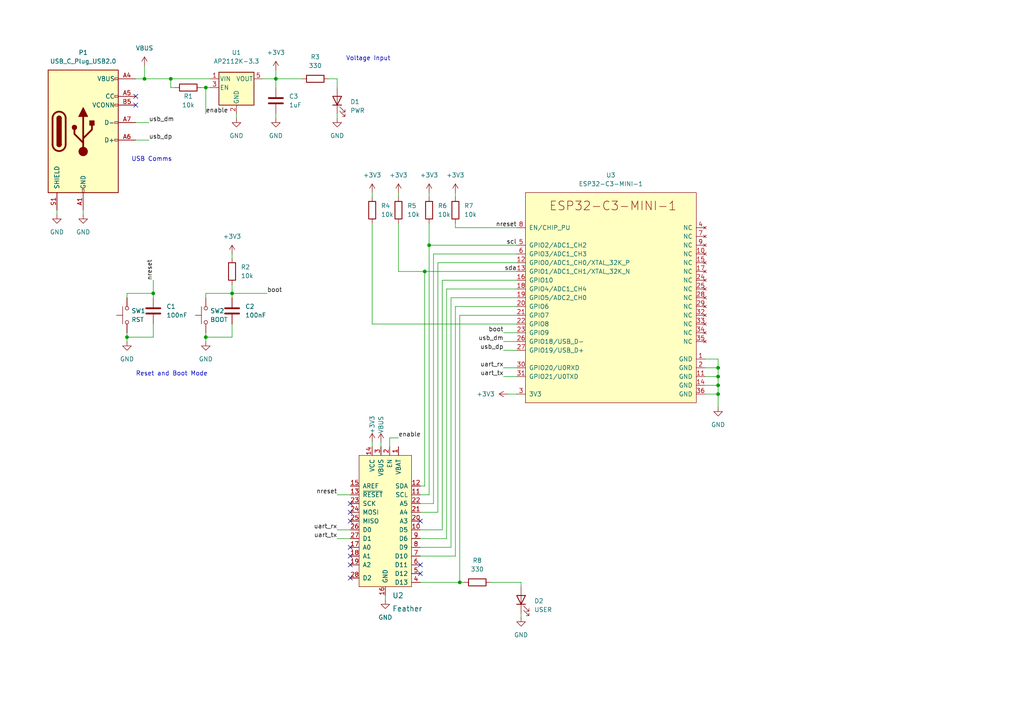
<source format=kicad_sch>
(kicad_sch (version 20211123) (generator eeschema)
  (paper "A4")
  (title_block (title "ESP32-C3-MINI-1 (RISC-V) Dev Board") (date "2022-06-03") (rev "A") (comment 1 "Author: Natesh Narain"))
  (lib_symbols
    (symbol "Connector:USB_C_Plug_USB2.0" (pin_names (offset 1.016))
      (property "Reference" "P" (at -10.16 19.05 0))
      (property "Value" "USB_C_Plug_USB2.0" (at 12.7 19.05 0))
      (symbol "USB_C_Plug_USB2.0_0_0"
        (rectangle (start -0.254 -17.78) (end 0.254 -16.764))
        (rectangle (start 10.16 -2.286) (end 9.144 -2.794))
        (rectangle (start 10.16 2.794) (end 9.144 2.286))
        (rectangle (start 10.16 7.874) (end 9.144 7.366))
        (rectangle (start 10.16 10.414) (end 9.144 9.906))
        (rectangle (start 10.16 15.494) (end 9.144 14.986))
      )
      (symbol "USB_C_Plug_USB2.0_0_1"
        (rectangle (start -10.16 17.78) (end 10.16 -17.78) (stroke (width 0.254)) (fill (type background)))
        (arc (start -8.89 -3.81) (mid -6.985 -5.715) (end -5.08 -3.81) (stroke (width 0.508)))
        (arc (start -7.62 -3.81) (mid -6.985 -4.445) (end -6.35 -3.81) (stroke (width 0.254)))
        (arc (start -7.62 -3.81) (mid -6.985 -4.445) (end -6.35 -3.81) (stroke (width 0.254)) (fill (type outline)))
        (rectangle (start -7.62 -3.81) (end -6.35 3.81) (stroke (width 0.254)) (fill (type outline)))
        (arc (start -6.35 3.81) (mid -6.985 4.445) (end -7.62 3.81) (stroke (width 0.254)))
        (arc (start -6.35 3.81) (mid -6.985 4.445) (end -7.62 3.81) (stroke (width 0.254)) (fill (type outline)))
        (arc (start -5.08 3.81) (mid -6.985 5.715) (end -8.89 3.81) (stroke (width 0.508)))
        (circle (center -2.54 1.143) (radius 0.635) (stroke (width 0.254)) (fill (type outline)))
        (circle (center 0 -5.842) (radius 1.27) (fill (type outline)))
        (polyline (pts (xy -8.89 -3.81) (xy -8.89 3.81)) (stroke (width 0.508)))
        (polyline (pts (xy -5.08 3.81) (xy -5.08 -3.81)) (stroke (width 0.508)))
        (polyline (pts (xy 0 -5.842) (xy 0 4.318)) (stroke (width 0.508)))
        (polyline (pts (xy 0 -3.302) (xy -2.54 -0.762) (xy -2.54 0.508)) (stroke (width 0.508)))
        (polyline (pts (xy 0 -2.032) (xy 2.54 0.508) (xy 2.54 1.778)) (stroke (width 0.508)))
        (polyline (pts (xy -1.27 4.318) (xy 0 6.858) (xy 1.27 4.318) (xy -1.27 4.318)) (stroke (width 0.254)) (fill (type outline)))
        (rectangle (start 1.905 1.778) (end 3.175 3.048) (stroke (width 0.254)) (fill (type outline)))
      )
      (symbol "USB_C_Plug_USB2.0_1_1"
        (pin passive line (at 0 -22.86 90) (length 5.08) (name "GND") (number "A1"))
        (pin passive line (at 0 -22.86 90) (length 5.08) hide (name "GND") (number "A12"))
        (pin passive line (at 15.24 15.24 180) (length 5.08) (name "VBUS") (number "A4"))
        (pin bidirectional line (at 15.24 10.16 180) (length 5.08) (name "CC") (number "A5"))
        (pin bidirectional line (at 15.24 -2.54 180) (length 5.08) (name "D+") (number "A6"))
        (pin bidirectional line (at 15.24 2.54 180) (length 5.08) (name "D-") (number "A7"))
        (pin passive line (at 15.24 15.24 180) (length 5.08) hide (name "VBUS") (number "A9"))
        (pin passive line (at 0 -22.86 90) (length 5.08) hide (name "GND") (number "B1"))
        (pin passive line (at 0 -22.86 90) (length 5.08) hide (name "GND") (number "B12"))
        (pin passive line (at 15.24 15.24 180) (length 5.08) hide (name "VBUS") (number "B4"))
        (pin bidirectional line (at 15.24 7.62 180) (length 5.08) (name "VCONN") (number "B5"))
        (pin passive line (at 15.24 15.24 180) (length 5.08) hide (name "VBUS") (number "B9"))
        (pin passive line (at -7.62 -22.86 90) (length 5.08) (name "SHIELD") (number "S1"))
      )
    )
    (symbol "Device:C" (pin_numbers hide) (pin_names (offset 0.254))
      (property "Reference" "C" (at 0.635 2.54 0))
      (property "Value" "C" (at 0.635 -2.54 0))
      (symbol "C_0_1"
        (polyline (pts (xy -2.032 -0.762) (xy 2.032 -0.762)) (stroke (width 0.508)))
        (polyline (pts (xy -2.032 0.762) (xy 2.032 0.762)) (stroke (width 0.508)))
      )
      (symbol "C_1_1"
        (pin passive line (at 0 3.81 270) (length 2.794) (name "~") (number "1"))
        (pin passive line (at 0 -3.81 90) (length 2.794) (name "~") (number "2"))
      )
    )
    (symbol "Device:LED" (pin_numbers hide) (pin_names (offset 1.016) hide)
      (property "Reference" "D" (at 0 2.54 0))
      (property "Value" "LED" (at 0 -2.54 0))
      (symbol "LED_0_1"
        (polyline (pts (xy -1.27 -1.27) (xy -1.27 1.27)) (stroke (width 0.254)))
        (polyline (pts (xy -1.27 0) (xy 1.27 0)))
        (polyline (pts (xy 1.27 -1.27) (xy 1.27 1.27) (xy -1.27 0) (xy 1.27 -1.27)) (stroke (width 0.254)))
        (polyline (pts (xy -3.048 -0.762) (xy -4.572 -2.286) (xy -3.81 -2.286) (xy -4.572 -2.286) (xy -4.572 -1.524)))
        (polyline (pts (xy -1.778 -0.762) (xy -3.302 -2.286) (xy -2.54 -2.286) (xy -3.302 -2.286) (xy -3.302 -1.524)))
      )
      (symbol "LED_1_1"
        (pin passive line (at -3.81 0 0) (length 2.54) (name "K") (number "1"))
        (pin passive line (at 3.81 0 180) (length 2.54) (name "A") (number "2"))
      )
    )
    (symbol "Device:R" (pin_numbers hide) (pin_names (offset 0))
      (property "Reference" "R" (at 2.032 0 90))
      (property "Value" "R" (at 0 0 90))
      (symbol "R_0_1"
        (rectangle (start -1.016 -2.54) (end 1.016 2.54) (stroke (width 0.254)))
      )
      (symbol "R_1_1"
        (pin passive line (at 0 3.81 270) (length 1.27) (name "~") (number "1"))
        (pin passive line (at 0 -3.81 90) (length 1.27) (name "~") (number "2"))
      )
    )
    (symbol "Regulator_Linear:AP2112K-3.3" (pin_names (offset 0.254))
      (property "Reference" "U" (at -5.08 5.715 0))
      (property "Value" "AP2112K-3.3" (at 0 5.715 0))
      (symbol "AP2112K-3.3_0_1"
        (rectangle (start -5.08 4.445) (end 5.08 -5.08) (stroke (width 0.254)) (fill (type background)))
      )
      (symbol "AP2112K-3.3_1_1"
        (pin power_in line (at -7.62 2.54 0) (length 2.54) (name "VIN") (number "1"))
        (pin power_in line (at 0 -7.62 90) (length 2.54) (name "GND") (number "2"))
        (pin input line (at -7.62 0 0) (length 2.54) (name "EN") (number "3"))
        (pin no_connect line (at 5.08 0 180) (length 2.54) hide (name "NC") (number "4"))
        (pin power_out line (at 7.62 2.54 180) (length 2.54) (name "VOUT") (number "5"))
      )
    )
    (symbol "Switch:SW_Push" (pin_numbers hide) (pin_names (offset 1.016) hide)
      (property "Reference" "SW" (at 1.27 2.54 0))
      (property "Value" "SW_Push" (at 0 -1.524 0))
      (symbol "SW_Push_0_1"
        (circle (center -2.032 0) (radius 0.508))
        (polyline (pts (xy 0 1.27) (xy 0 3.048)))
        (polyline (pts (xy 2.54 1.27) (xy -2.54 1.27)))
        (circle (center 2.032 0) (radius 0.508))
        (pin passive line (at -5.08 0 0) (length 2.54) (name "1") (number "1"))
        (pin passive line (at 5.08 0 180) (length 2.54) (name "2") (number "2"))
      )
    )
    (symbol "adafruit:Feather" (pin_names (offset 1.016))
      (property "Reference" "U" (at 10.16 21.59 0))
      (property "Value" "Feather" (at 10.16 24.13 0))
      (symbol "Feather_0_1"
        (rectangle (start -7.62 17.78) (end 7.62 -20.32) (fill (type background)))
      )
      (symbol "Feather_1_1"
        (pin power_in line (at 3.81 20.32 270) (length 2.54) (name "VBAT") (number "1"))
        (pin bidirectional line (at 10.16 -3.81 180) (length 2.54) (name "D5") (number "10"))
        (pin bidirectional line (at 10.16 6.35 180) (length 2.54) (name "SCL") (number "11"))
        (pin bidirectional line (at 10.16 8.89 180) (length 2.54) (name "SDA") (number "12"))
        (pin input line (at -10.16 6.35 0) (length 2.54) (name "~{RESET}") (number "13"))
        (pin power_in line (at -3.81 20.32 270) (length 2.54) (name "VCC") (number "14"))
        (pin input line (at -10.16 8.89 0) (length 2.54) (name "AREF") (number "15"))
        (pin power_out line (at 0 -22.86 90) (length 2.54) (name "GND") (number "16"))
        (pin bidirectional line (at -10.16 -8.89 0) (length 2.54) (name "A0") (number "17"))
        (pin bidirectional line (at -10.16 -11.43 0) (length 2.54) (name "A1") (number "18"))
        (pin bidirectional line (at -10.16 -13.97 0) (length 2.54) (name "A2") (number "19"))
        (pin input line (at 1.27 20.32 270) (length 2.54) (name "EN") (number "2"))
        (pin bidirectional line (at 10.16 -1.27 180) (length 2.54) (name "A3") (number "20"))
        (pin bidirectional line (at 10.16 1.27 180) (length 2.54) (name "A4") (number "21"))
        (pin bidirectional line (at 10.16 3.81 180) (length 2.54) (name "A5") (number "22"))
        (pin bidirectional line (at -10.16 3.81 0) (length 2.54) (name "SCK") (number "23"))
        (pin bidirectional line (at -10.16 1.27 0) (length 2.54) (name "MOSI") (number "24"))
        (pin bidirectional line (at -10.16 -1.27 0) (length 2.54) (name "MISO") (number "25"))
        (pin bidirectional line (at -10.16 -3.81 0) (length 2.54) (name "D0") (number "26"))
        (pin bidirectional line (at -10.16 -6.35 0) (length 2.54) (name "D1") (number "27"))
        (pin bidirectional line (at -10.16 -17.78 0) (length 2.54) (name "D2") (number "28"))
        (pin power_out line (at -1.27 20.32 270) (length 2.54) (name "VBUS") (number "3"))
        (pin bidirectional line (at 10.16 -19.05 180) (length 2.54) (name "D13") (number "4"))
        (pin bidirectional line (at 10.16 -16.51 180) (length 2.54) (name "D12") (number "5"))
        (pin bidirectional line (at 10.16 -13.97 180) (length 2.54) (name "D11") (number "6"))
        (pin bidirectional line (at 10.16 -11.43 180) (length 2.54) (name "D10") (number "7"))
        (pin bidirectional line (at 10.16 -8.89 180) (length 2.54) (name "D9") (number "8"))
        (pin bidirectional line (at 10.16 -6.35 180) (length 2.54) (name "D6") (number "9"))
      )
    )
    (symbol "espressif:ESP32-C3-MINI-1" (pin_names (offset 1.016))
      (property "Reference" "U" (at 0 33.02 0))
      (property "Value" "ESP32-C3-MINI-1" (at 0 -30.48 0))
      (symbol "ESP32-C3-MINI-1_0_0"
        (text "ESP32-C3-MINI-1" (at 1.27 27.94 0) (effects (font (size 2.54 2.54))))
      )
      (symbol "ESP32-C3-MINI-1_0_1"
        (rectangle (start -24.13 31.75) (end 25.4 -29.21) (fill (type background)))
      )
      (symbol "ESP32-C3-MINI-1_1_1"
        (pin power_in line (at 27.94 -16.51 180) (length 2.54) (name "GND") (number "1"))
        (pin no_connect line (at 27.94 13.97 180) (length 2.54) (name "NC") (number "10"))
        (pin power_in line (at 27.94 -21.59 180) (length 2.54) (name "GND") (number "11"))
        (pin bidirectional line (at -26.67 11.43 0) (length 2.54) (name "GPIO0/ADC1_CH0/XTAL_32K_P") (number "12"))
        (pin bidirectional line (at -26.67 8.89 0) (length 2.54) (name "GPIO1/ADC1_CH1/XTAL_32K_N") (number "13"))
        (pin power_in line (at 27.94 -24.13 180) (length 2.54) (name "GND") (number "14"))
        (pin no_connect line (at 27.94 11.43 180) (length 2.54) (name "NC") (number "15"))
        (pin bidirectional line (at -26.67 6.35 0) (length 2.54) (name "GPIO10") (number "16"))
        (pin no_connect line (at 27.94 8.89 180) (length 2.54) (name "NC") (number "17"))
        (pin bidirectional line (at -26.67 3.81 0) (length 2.54) (name "GPIO4/ADC1_CH4") (number "18"))
        (pin bidirectional line (at -26.67 1.27 0) (length 2.54) (name "GPIO5/ADC2_CH0") (number "19"))
        (pin power_in line (at 27.94 -19.05 180) (length 2.54) (name "GND") (number "2"))
        (pin bidirectional line (at -26.67 -1.27 0) (length 2.54) (name "GPIO6") (number "20"))
        (pin bidirectional line (at -26.67 -3.81 0) (length 2.54) (name "GPIO7") (number "21"))
        (pin bidirectional line (at -26.67 -6.35 0) (length 2.54) (name "GPIO8") (number "22"))
        (pin bidirectional line (at -26.67 -8.89 0) (length 2.54) (name "GPIO9") (number "23"))
        (pin no_connect line (at 27.94 6.35 180) (length 2.54) (name "NC") (number "24"))
        (pin no_connect line (at 27.94 3.81 180) (length 2.54) (name "NC") (number "25"))
        (pin bidirectional line (at -26.67 -11.43 0) (length 2.54) (name "GPIO18/USB_D-") (number "26"))
        (pin bidirectional line (at -26.67 -13.97 0) (length 2.54) (name "GPIO19/USB_D+") (number "27"))
        (pin no_connect line (at 27.94 1.27 180) (length 2.54) (name "NC") (number "28"))
        (pin no_connect line (at 27.94 -1.27 180) (length 2.54) (name "NC") (number "29"))
        (pin power_in line (at -26.67 -26.67 0) (length 2.54) (name "3V3") (number "3"))
        (pin bidirectional line (at -26.67 -19.05 0) (length 2.54) (name "GPIO20/U0RXD") (number "30"))
        (pin bidirectional line (at -26.67 -21.59 0) (length 2.54) (name "GPIO21/U0TXD") (number "31"))
        (pin no_connect line (at 27.94 -3.81 180) (length 2.54) (name "NC") (number "32"))
        (pin no_connect line (at 27.94 -6.35 180) (length 2.54) (name "NC") (number "33"))
        (pin no_connect line (at 27.94 -8.89 180) (length 2.54) (name "NC") (number "34"))
        (pin no_connect line (at 27.94 -11.43 180) (length 2.54) (name "NC") (number "35"))
        (pin power_in line (at 27.94 -26.67 180) (length 2.54) (name "GND") (number "36"))
        (pin no_connect line (at 27.94 21.59 180) (length 2.54) (name "NC") (number "4"))
        (pin bidirectional line (at -26.67 16.51 0) (length 2.54) (name "GPIO2/ADC1_CH2") (number "5"))
        (pin bidirectional line (at -26.67 13.97 0) (length 2.54) (name "GPIO3/ADC1_CH3") (number "6"))
        (pin no_connect line (at 27.94 19.05 180) (length 2.54) (name "NC") (number "7"))
        (pin input line (at -26.67 21.59 0) (length 2.54) (name "EN/CHIP_PU") (number "8"))
        (pin no_connect line (at 27.94 16.51 180) (length 2.54) (name "NC") (number "9"))
      )
    )
    (symbol "power:+3V3" (power) (pin_names (offset 0))
      (property "Value" "+3V3" (at 0 3.556 0))
      (symbol "+3V3_0_1"
        (polyline (pts (xy -0.762 1.27) (xy 0 2.54)))
        (polyline (pts (xy 0 0) (xy 0 2.54)))
        (polyline (pts (xy 0 2.54) (xy 0.762 1.27)))
      )
      (symbol "+3V3_1_1"
        (pin power_in line (at 0 0 90) (length 0) hide (name "+3V3") (number "1"))
      )
    )
    (symbol "power:GND" (power) (pin_names (offset 0))
      (property "Value" "GND" (at 0 -3.81 0))
      (symbol "GND_0_1"
        (polyline (pts (xy 0 0) (xy 0 -1.27) (xy 1.27 -1.27) (xy 0 -2.54) (xy -1.27 -1.27) (xy 0 -1.27)))
      )
      (symbol "GND_1_1"
        (pin power_in line (at 0 0 270) (length 0) hide (name "GND") (number "1"))
      )
    )
    (symbol "power:VBUS" (power) (pin_names (offset 0))
      (property "Value" "VBUS" (at 0 3.81 0))
      (symbol "VBUS_0_1"
        (polyline (pts (xy -0.762 1.27) (xy 0 2.54)))
        (polyline (pts (xy 0 0) (xy 0 2.54)))
        (polyline (pts (xy 0 2.54) (xy 0.762 1.27)))
      )
      (symbol "VBUS_1_1"
        (pin power_in line (at 0 0 90) (length 0) hide (name "VBUS") (number "1"))
      )
    )
  )
  (junction (at 124.46 71.12))
  (junction (at 41.91 22.86))
  (junction (at 80.01 22.86))
  (junction (at 208.28 111.76))
  (junction (at 49.53 22.86))
  (junction (at 133.35 168.91))
  (junction (at 44.45 85.09))
  (junction (at 208.28 114.3))
  (junction (at 123.19 78.74))
  (junction (at 208.28 106.68))
  (junction (at 67.31 85.09))
  (junction (at 208.28 109.22))
  (junction (at 59.69 97.79))
  (junction (at 59.69 25.4))
  (junction (at 36.83 97.79))
  (no_connect (at 121.92 151.13))
  (no_connect (at 101.6 148.59))
  (no_connect (at 101.6 146.05))
  (no_connect (at 101.6 151.13))
  (no_connect (at 39.37 30.48))
  (no_connect (at 39.37 27.94))
  (no_connect (at 121.92 166.37))
  (no_connect (at 121.92 163.83))
  (no_connect (at 101.6 161.29))
  (no_connect (at 101.6 158.75))
  (no_connect (at 101.6 163.83))
  (no_connect (at 101.6 167.64))
  (wire (pts (xy 130.81 86.36) (xy 130.81 158.75)))
  (wire (pts (xy 124.46 71.12) (xy 124.46 143.51)))
  (wire (pts (xy 133.35 168.91) (xy 121.92 168.91)))
  (wire (pts (xy 59.69 97.79) (xy 59.69 99.06)))
  (wire (pts (xy 147.32 114.3) (xy 149.86 114.3)))
  (wire (pts (xy 113.03 127) (xy 113.03 129.54)))
  (wire (pts (xy 208.28 109.22) (xy 208.28 111.76)))
  (wire (pts (xy 123.19 140.97) (xy 123.19 78.74)))
  (wire (pts (xy 125.73 146.05) (xy 121.92 146.05)))
  (wire (pts (xy 39.37 40.64) (xy 43.18 40.64)))
  (wire (pts (xy 44.45 85.09) (xy 44.45 86.36)))
  (wire (pts (xy 124.46 64.77) (xy 124.46 71.12)))
  (wire (pts (xy 121.92 143.51) (xy 124.46 143.51)))
  (wire (pts (xy 107.95 64.77) (xy 107.95 93.98)))
  (wire (pts (xy 127 148.59) (xy 121.92 148.59)))
  (wire (pts (xy 151.13 168.91) (xy 151.13 170.18)))
  (wire (pts (xy 67.31 85.09) (xy 59.69 85.09)))
  (wire (pts (xy 208.28 106.68) (xy 208.28 109.22)))
  (wire (pts (xy 110.49 128.27) (xy 110.49 129.54)))
  (wire (pts (xy 149.86 91.44) (xy 133.35 91.44)))
  (wire (pts (xy 49.53 22.86) (xy 60.96 22.86)))
  (wire (pts (xy 204.47 114.3) (xy 208.28 114.3)))
  (wire (pts (xy 204.47 109.22) (xy 208.28 109.22)))
  (wire (pts (xy 44.45 97.79) (xy 36.83 97.79)))
  (wire (pts (xy 128.27 81.28) (xy 128.27 153.67)))
  (wire (pts (xy 115.57 78.74) (xy 115.57 64.77)))
  (wire (pts (xy 80.01 20.32) (xy 80.01 22.86)))
  (wire (pts (xy 204.47 104.14) (xy 208.28 104.14)))
  (wire (pts (xy 208.28 111.76) (xy 208.28 114.3)))
  (wire (pts (xy 41.91 19.05) (xy 41.91 22.86)))
  (wire (pts (xy 107.95 55.88) (xy 107.95 57.15)))
  (wire (pts (xy 68.58 33.02) (xy 68.58 34.29)))
  (wire (pts (xy 132.08 161.29) (xy 121.92 161.29)))
  (wire (pts (xy 115.57 78.74) (xy 123.19 78.74)))
  (wire (pts (xy 124.46 71.12) (xy 149.86 71.12)))
  (wire (pts (xy 125.73 73.66) (xy 125.73 146.05)))
  (wire (pts (xy 146.05 109.22) (xy 149.86 109.22)))
  (wire (pts (xy 80.01 22.86) (xy 76.2 22.86)))
  (wire (pts (xy 151.13 177.8) (xy 151.13 179.07)))
  (wire (pts (xy 67.31 97.79) (xy 59.69 97.79)))
  (wire (pts (xy 129.54 156.21) (xy 121.92 156.21)))
  (wire (pts (xy 36.83 85.09) (xy 36.83 86.36)))
  (wire (pts (xy 146.05 96.52) (xy 149.86 96.52)))
  (wire (pts (xy 24.13 60.96) (xy 24.13 62.23)))
  (wire (pts (xy 59.69 25.4) (xy 60.96 25.4)))
  (wire (pts (xy 146.05 99.06) (xy 149.86 99.06)))
  (wire (pts (xy 97.79 153.67) (xy 101.6 153.67)))
  (wire (pts (xy 36.83 96.52) (xy 36.83 97.79)))
  (wire (pts (xy 142.24 168.91) (xy 151.13 168.91)))
  (wire (pts (xy 44.45 85.09) (xy 36.83 85.09)))
  (wire (pts (xy 80.01 22.86) (xy 87.63 22.86)))
  (wire (pts (xy 80.01 33.02) (xy 80.01 34.29)))
  (wire (pts (xy 67.31 93.98) (xy 67.31 97.79)))
  (wire (pts (xy 132.08 88.9) (xy 132.08 161.29)))
  (wire (pts (xy 133.35 168.91) (xy 134.62 168.91)))
  (wire (pts (xy 59.69 96.52) (xy 59.69 97.79)))
  (wire (pts (xy 113.03 127) (xy 115.57 127)))
  (wire (pts (xy 208.28 114.3) (xy 208.28 118.11)))
  (wire (pts (xy 97.79 156.21) (xy 101.6 156.21)))
  (wire (pts (xy 97.79 143.51) (xy 101.6 143.51)))
  (wire (pts (xy 59.69 85.09) (xy 59.69 86.36)))
  (wire (pts (xy 44.45 81.28) (xy 44.45 85.09)))
  (wire (pts (xy 67.31 82.55) (xy 67.31 85.09)))
  (wire (pts (xy 115.57 55.88) (xy 115.57 57.15)))
  (wire (pts (xy 204.47 106.68) (xy 208.28 106.68)))
  (wire (pts (xy 67.31 85.09) (xy 67.31 86.36)))
  (wire (pts (xy 58.42 25.4) (xy 59.69 25.4)))
  (wire (pts (xy 107.95 128.27) (xy 107.95 129.54)))
  (wire (pts (xy 146.05 101.6) (xy 149.86 101.6)))
  (wire (pts (xy 36.83 97.79) (xy 36.83 99.06)))
  (wire (pts (xy 123.19 78.74) (xy 149.86 78.74)))
  (wire (pts (xy 67.31 85.09) (xy 77.47 85.09)))
  (wire (pts (xy 39.37 22.86) (xy 41.91 22.86)))
  (wire (pts (xy 149.86 88.9) (xy 132.08 88.9)))
  (wire (pts (xy 67.31 73.66) (xy 67.31 74.93)))
  (wire (pts (xy 97.79 33.02) (xy 97.79 34.29)))
  (wire (pts (xy 146.05 106.68) (xy 149.86 106.68)))
  (wire (pts (xy 59.69 25.4) (xy 59.69 33.02)))
  (wire (pts (xy 132.08 55.88) (xy 132.08 57.15)))
  (wire (pts (xy 208.28 104.14) (xy 208.28 106.68)))
  (wire (pts (xy 149.86 83.82) (xy 129.54 83.82)))
  (wire (pts (xy 49.53 25.4) (xy 49.53 22.86)))
  (wire (pts (xy 121.92 153.67) (xy 128.27 153.67)))
  (wire (pts (xy 133.35 91.44) (xy 133.35 168.91)))
  (wire (pts (xy 204.47 111.76) (xy 208.28 111.76)))
  (wire (pts (xy 124.46 55.88) (xy 124.46 57.15)))
  (wire (pts (xy 50.8 25.4) (xy 49.53 25.4)))
  (wire (pts (xy 80.01 25.4) (xy 80.01 22.86)))
  (wire (pts (xy 127 76.2) (xy 127 148.59)))
  (wire (pts (xy 130.81 158.75) (xy 121.92 158.75)))
  (wire (pts (xy 111.76 172.72) (xy 111.76 173.99)))
  (wire (pts (xy 39.37 35.56) (xy 43.18 35.56)))
  (wire (pts (xy 121.92 140.97) (xy 123.19 140.97)))
  (wire (pts (xy 149.86 86.36) (xy 130.81 86.36)))
  (wire (pts (xy 149.86 73.66) (xy 125.73 73.66)))
  (wire (pts (xy 44.45 93.98) (xy 44.45 97.79)))
  (wire (pts (xy 149.86 81.28) (xy 128.27 81.28)))
  (wire (pts (xy 149.86 76.2) (xy 127 76.2)))
  (wire (pts (xy 132.08 66.04) (xy 132.08 64.77)))
  (wire (pts (xy 41.91 22.86) (xy 49.53 22.86)))
  (wire (pts (xy 149.86 66.04) (xy 132.08 66.04)))
  (wire (pts (xy 97.79 22.86) (xy 97.79 25.4)))
  (wire (pts (xy 95.25 22.86) (xy 97.79 22.86)))
  (wire (pts (xy 129.54 83.82) (xy 129.54 156.21)))
  (wire (pts (xy 16.51 60.96) (xy 16.51 62.23)))
  (wire (pts (xy 107.95 93.98) (xy 149.86 93.98)))
  (text "Voltage Input" (at 100.33 17.78 0) (effects (font (size 1.27 1.27)) (justify left bottom)))
  (text "USB Comms" (at 38.1 46.99 0) (effects (font (size 1.27 1.27)) (justify left bottom)))
  (text "Reset and Boot Mode" (at 39.37 109.22 0) (effects (font (size 1.27 1.27)) (justify left bottom)))
  (label "sda" (at 149.86 78.74 180))
  (label "usb_dm" (at 43.18 35.56 0))
  (label "usb_dp" (at 146.05 101.6 180))
  (label "enable" (at 59.69 33.02 0))
  (label "boot" (at 146.05 96.52 180))
  (label "boot" (at 77.47 85.09 0))
  (label "scl" (at 149.86 71.12 180))
  (label "nreset" (at 149.86 66.04 180))
  (label "uart_rx" (at 146.05 106.68 180))
  (label "uart_rx" (at 97.79 153.67 180))
  (label "nreset" (at 44.45 81.28 90))
  (label "enable" (at 115.57 127 0))
  (label "usb_dp" (at 43.18 40.64 0))
  (label "nreset" (at 97.79 143.51 180))
  (label "uart_tx" (at 146.05 109.22 180))
  (label "usb_dm" (at 146.05 99.06 180))
  (label "uart_tx" (at 97.79 156.21 180))
  (symbol (lib_id "Device:R") (at 124.46 60.96 0) (unit 1)
    (property "Reference" "R6" (at 127 59.6899 0) (effects (justify left)))
    (property "Value" "10k" (at 127 62.2299 0) (effects (justify left)))
    (property "Footprint" "Resistor_SMD:R_0805_2012Metric" (effects hide))
    (property "LCSC" "C17414" (effects hide))
  )
  (symbol (lib_id "power:+3V3") (at 67.31 73.66 0) (unit 1)
    (property "Reference" "#PWR06" (effects hide))
    (property "Value" "+3V3" (at 67.31 68.58 0))
  )
  (symbol (lib_id "power:GND") (at 59.69 99.06 0) (unit 1)
    (property "Reference" "#PWR05" (effects hide))
    (property "Value" "GND" (at 59.69 104.14 0))
  )
  (symbol (lib_id "power:GND") (at 97.79 34.29 0) (unit 1)
    (property "Reference" "#PWR010" (effects hide))
    (property "Value" "GND" (at 97.79 39.37 0))
  )
  (symbol (lib_id "Device:R") (at 115.57 60.96 0) (unit 1)
    (property "Reference" "R5" (at 118.11 59.6899 0) (effects (justify left)))
    (property "Value" "10k" (at 118.11 62.2299 0) (effects (justify left)))
    (property "Footprint" "Resistor_SMD:R_0805_2012Metric" (effects hide))
    (property "LCSC" "C17414" (effects hide))
  )
  (symbol (lib_id "power:+3V3") (at 124.46 55.88 0) (unit 1)
    (property "Reference" "#PWR016" (effects hide))
    (property "Value" "+3V3" (at 124.46 50.8 0))
  )
  (symbol (lib_id "power:GND") (at 111.76 173.99 0) (unit 1)
    (property "Reference" "#PWR014" (effects hide))
    (property "Value" "GND" (at 111.76 179.07 0))
  )
  (symbol (lib_id "power:VBUS") (at 41.91 19.05 0) (unit 1)
    (property "Reference" "#PWR04" (effects hide))
    (property "Value" "VBUS" (at 41.91 13.97 0))
  )
  (symbol (lib_id "Device:R") (at 91.44 22.86 90) (unit 1)
    (property "Reference" "R3" (at 91.44 16.51 90))
    (property "Value" "330" (at 91.44 19.05 90))
    (property "Footprint" "Resistor_SMD:R_0805_2012Metric" (effects hide))
    (property "LCSC" "C17630" (effects hide))
  )
  (symbol (lib_id "power:VBUS") (at 110.49 128.27 0) (unit 1)
    (property "Reference" "#PWR013" (effects hide))
    (property "Value" "VBUS" (at 110.49 123.19 90))
  )
  (symbol (lib_id "Device:C") (at 67.31 90.17 0) (unit 1)
    (property "Reference" "C2" (at 71.12 88.8999 0) (effects (justify left)))
    (property "Value" "100nF" (at 71.12 91.4399 0) (effects (justify left)))
    (property "Footprint" "Capacitor_SMD:C_0805_2012Metric" (effects hide))
    (property "LCSC" "C28233" (effects hide))
  )
  (symbol (lib_id "Device:R") (at 67.31 78.74 0) (unit 1)
    (property "Reference" "R2" (at 69.85 77.4699 0) (effects (justify left)))
    (property "Value" "10k" (at 69.85 80.0099 0) (effects (justify left)))
    (property "Footprint" "Resistor_SMD:R_0805_2012Metric" (effects hide))
    (property "LCSC" "C17414" (effects hide))
  )
  (symbol (lib_id "power:GND") (at 80.01 34.29 0) (unit 1)
    (property "Reference" "#PWR09" (effects hide))
    (property "Value" "GND" (at 80.01 39.37 0))
  )
  (symbol (lib_id "Device:R") (at 132.08 60.96 0) (unit 1)
    (property "Reference" "R7" (at 134.62 59.6899 0) (effects (justify left)))
    (property "Value" "10k" (at 134.62 62.2299 0) (effects (justify left)))
    (property "Footprint" "Resistor_SMD:R_0805_2012Metric" (effects hide))
    (property "LCSC" "C17414" (effects hide))
  )
  (symbol (lib_id "power:+3V3") (at 147.32 114.3 90) (unit 1)
    (property "Reference" "#PWR018" (effects hide))
    (property "Value" "+3V3" (at 143.51 114.2999 90) (effects (justify left)))
  )
  (symbol (lib_id "adafruit:Feather") (at 111.76 149.86 0) (unit 1)
    (property "Reference" "U2" (at 113.7794 172.72 0) (effects (font (size 1.524 1.524)) (justify left)))
    (property "Value" "Feather" (at 113.7794 176.53 0) (effects (font (size 1.524 1.524)) (justify left)))
    (property "Footprint" "adafruit:Feather_Main" (effects hide))
  )
  (symbol (lib_id "power:GND") (at 151.13 179.07 0) (unit 1)
    (property "Reference" "#PWR019" (effects hide))
    (property "Value" "GND" (at 151.13 184.15 0))
  )
  (symbol (lib_id "power:+3V3") (at 107.95 55.88 0) (unit 1)
    (property "Reference" "#PWR011" (effects hide))
    (property "Value" "+3V3" (at 107.95 50.8 0))
  )
  (symbol (lib_id "power:GND") (at 68.58 34.29 0) (unit 1)
    (property "Reference" "#PWR07" (effects hide))
    (property "Value" "GND" (at 68.58 39.37 0))
  )
  (symbol (lib_id "power:GND") (at 208.28 118.11 0) (unit 1)
    (property "Reference" "#PWR020" (effects hide))
    (property "Value" "GND" (at 208.28 123.19 0))
  )
  (symbol (lib_id "Switch:SW_Push") (at 36.83 91.44 90) (unit 1)
    (property "Reference" "SW1" (at 38.1 90.1699 90) (effects (justify right)))
    (property "Value" "RST" (at 38.1 92.7099 90) (effects (justify right)))
    (property "Footprint" "tactile-switches:TS-1088-AR02016" (effects hide))
  )
  (symbol (lib_id "power:+3V3") (at 80.01 20.32 0) (unit 1)
    (property "Reference" "#PWR08" (effects hide))
    (property "Value" "+3V3" (at 80.01 15.24 0))
  )
  (symbol (lib_id "Device:C") (at 80.01 29.21 0) (unit 1)
    (property "Reference" "C3" (at 83.82 27.9399 0) (effects (justify left)))
    (property "Value" "1uF" (at 83.82 30.4799 0) (effects (justify left)))
    (property "Footprint" "Capacitor_SMD:C_0805_2012Metric" (effects hide))
    (property "LCSC" "C28323" (effects hide))
  )
  (symbol (lib_id "Connector:USB_C_Plug_USB2.0") (at 24.13 38.1 0) (unit 1)
    (property "Reference" "P1" (at 24.13 15.24 0))
    (property "Value" "USB_C_Plug_USB2.0" (at 24.13 17.78 0))
    (property "Footprint" "USB-C-Connectors:TYPE-C-31-M-04" (effects hide))
    (property "Datasheet" "https://www.usb.org/sites/default/files/documents/usb_type-c.zip" (effects hide))
    (property "LCSC" "C129018" (effects hide))
  )
  (symbol (lib_id "Device:R") (at 138.43 168.91 90) (unit 1)
    (property "Reference" "R8" (at 138.43 162.56 90))
    (property "Value" "330" (at 138.43 165.1 90))
    (property "Footprint" "Resistor_SMD:R_0805_2012Metric" (effects hide))
    (property "LCSC" "C17630" (effects hide))
  )
  (symbol (lib_id "power:+3V3") (at 132.08 55.88 0) (unit 1)
    (property "Reference" "#PWR017" (effects hide))
    (property "Value" "+3V3" (at 132.08 50.8 0))
  )
  (symbol (lib_id "espressif:ESP32-C3-MINI-1") (at 176.53 87.63 0) (unit 1)
    (property "Reference" "U3" (at 177.165 50.8 0))
    (property "Value" "ESP32-C3-MINI-1" (at 177.165 53.34 0))
    (property "Footprint" "Espressif:ESP32-C3-MINI-1" (effects hide))
    (property "Datasheet" "https://www.espressif.com/sites/default/files/documentation/esp32-c3-mini-1_datasheet_en.pdf" (effects hide))
    (property "LCSC" "C2838502" (effects hide))
  )
  (symbol (lib_id "power:+3V3") (at 107.95 128.27 0) (unit 1)
    (property "Reference" "#PWR012" (effects hide))
    (property "Value" "+3V3" (at 107.95 123.19 90))
  )
  (symbol (lib_id "Device:R") (at 107.95 60.96 0) (unit 1)
    (property "Reference" "R4" (at 110.49 59.6899 0) (effects (justify left)))
    (property "Value" "10k" (at 110.49 62.2299 0) (effects (justify left)))
    (property "Footprint" "Resistor_SMD:R_0805_2012Metric" (effects hide))
    (property "LCSC" "C17414" (effects hide))
  )
  (symbol (lib_id "Regulator_Linear:AP2112K-3.3") (at 68.58 25.4 0) (unit 1)
    (property "Reference" "U1" (at 68.58 15.24 0))
    (property "Value" "AP2112K-3.3" (at 68.58 17.78 0))
    (property "Footprint" "Package_TO_SOT_SMD:SOT-23-5" (effects hide))
    (property "Datasheet" "https://www.diodes.com/assets/Datasheets/AP2112.pdf" (effects hide))
  )
  (symbol (lib_id "power:GND") (at 36.83 99.06 0) (unit 1)
    (property "Reference" "#PWR03" (effects hide))
    (property "Value" "GND" (at 36.83 104.14 0))
  )
  (symbol (lib_id "Switch:SW_Push") (at 59.69 91.44 90) (unit 1)
    (property "Reference" "SW2" (at 60.96 90.1699 90) (effects (justify right)))
    (property "Value" "BOOT" (at 60.96 92.7099 90) (effects (justify right)))
    (property "Footprint" "tactile-switches:TS-1088-AR02016" (effects hide))
  )
  (symbol (lib_id "Device:R") (at 54.61 25.4 90) (unit 1)
    (property "Reference" "R1" (at 54.61 27.94 90))
    (property "Value" "10k" (at 54.61 30.48 90))
    (property "Footprint" "Resistor_SMD:R_0805_2012Metric" (effects hide))
    (property "LCSC" "C17414" (effects hide))
  )
  (symbol (lib_id "power:GND") (at 16.51 62.23 0) (unit 1)
    (property "Reference" "#PWR01" (effects hide))
    (property "Value" "GND" (at 16.51 67.31 0))
  )
  (symbol (lib_id "Device:C") (at 44.45 90.17 0) (unit 1)
    (property "Reference" "C1" (at 48.26 88.8999 0) (effects (justify left)))
    (property "Value" "100nF" (at 48.26 91.4399 0) (effects (justify left)))
    (property "Footprint" "Capacitor_SMD:C_0805_2012Metric" (effects hide))
    (property "LCSC" "C28233" (effects hide))
  )
  (symbol (lib_id "Device:LED") (at 97.79 29.21 90) (unit 1)
    (property "Reference" "D1" (at 101.6 29.5274 90) (effects (justify right)))
    (property "Value" "PWR" (at 101.6 32.0674 90) (effects (justify right)))
    (property "Footprint" "LED_SMD:LED_0805_2012Metric" (effects hide))
    (property "LCSC" "C434432" (effects hide))
  )
  (symbol (lib_id "power:+3V3") (at 115.57 55.88 0) (unit 1)
    (property "Reference" "#PWR015" (effects hide))
    (property "Value" "+3V3" (at 115.57 50.8 0))
  )
  (symbol (lib_id "power:GND") (at 24.13 62.23 0) (unit 1)
    (property "Reference" "#PWR02" (effects hide))
    (property "Value" "GND" (at 24.13 67.31 0))
  )
  (symbol (lib_id "Device:LED") (at 151.13 173.99 90) (unit 1)
    (property "Reference" "D2" (at 154.94 174.3074 90) (effects (justify right)))
    (property "Value" "USER" (at 154.94 176.8474 90) (effects (justify right)))
    (property "Footprint" "LED_SMD:LED_0805_2012Metric" (effects hide))
    (property "LCSC" "C138555" (effects hide))
  )
)
</source>
